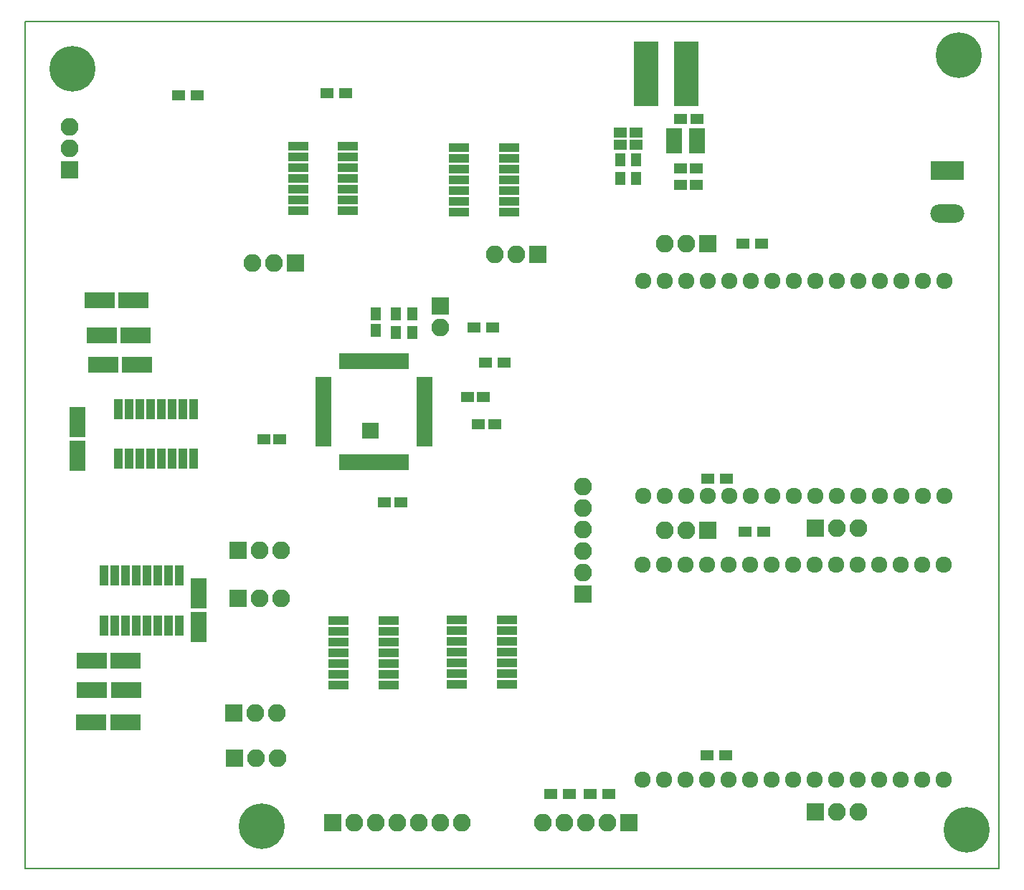
<source format=gbr>
G04 #@! TF.FileFunction,Soldermask,Bot*
%FSLAX46Y46*%
G04 Gerber Fmt 4.6, Leading zero omitted, Abs format (unit mm)*
G04 Created by KiCad (PCBNEW 4.0.6) date 07/10/17 08:35:26*
%MOMM*%
%LPD*%
G01*
G04 APERTURE LIST*
%ADD10C,0.100000*%
%ADD11C,0.150000*%
%ADD12R,2.400000X1.000000*%
%ADD13R,4.000000X2.200000*%
%ADD14O,4.000000X2.200000*%
%ADD15R,2.100000X2.100000*%
%ADD16O,2.100000X2.100000*%
%ADD17R,1.900000X0.650000*%
%ADD18R,0.650000X1.900000*%
%ADD19C,5.400000*%
%ADD20R,1.600000X1.150000*%
%ADD21R,1.150000X1.600000*%
%ADD22R,3.600000X1.900000*%
%ADD23R,1.900000X3.600000*%
%ADD24R,3.000000X7.700000*%
%ADD25R,1.300000X1.600000*%
%ADD26R,1.600000X1.300000*%
%ADD27R,1.960000X1.050000*%
%ADD28C,1.924000*%
%ADD29R,1.000000X2.400000*%
G04 APERTURE END LIST*
D10*
D11*
X66000000Y-35000000D02*
X66000000Y-135000000D01*
X66000000Y-135000000D02*
X181000000Y-135000000D01*
X181000000Y-35000000D02*
X181000000Y-135000000D01*
X66000000Y-35000000D02*
X181000000Y-35000000D01*
D12*
X117220000Y-57510000D03*
X117220000Y-56240000D03*
X117220000Y-54970000D03*
X117220000Y-53700000D03*
X117220000Y-52430000D03*
X117220000Y-51160000D03*
X117220000Y-49890000D03*
X123120000Y-49890000D03*
X123120000Y-51160000D03*
X123120000Y-52430000D03*
X123120000Y-53700000D03*
X123120000Y-54970000D03*
X123120000Y-56240000D03*
X123120000Y-57510000D03*
X122890000Y-105660000D03*
X122890000Y-106930000D03*
X122890000Y-108200000D03*
X122890000Y-109470000D03*
X122890000Y-110740000D03*
X122890000Y-112010000D03*
X122890000Y-113280000D03*
X116990000Y-113280000D03*
X116990000Y-112010000D03*
X116990000Y-110740000D03*
X116990000Y-109470000D03*
X116990000Y-108200000D03*
X116990000Y-106930000D03*
X116990000Y-105660000D03*
X108940000Y-105740000D03*
X108940000Y-107010000D03*
X108940000Y-108280000D03*
X108940000Y-109550000D03*
X108940000Y-110820000D03*
X108940000Y-112090000D03*
X108940000Y-113360000D03*
X103040000Y-113360000D03*
X103040000Y-112090000D03*
X103040000Y-110820000D03*
X103040000Y-109550000D03*
X103040000Y-108280000D03*
X103040000Y-107010000D03*
X103040000Y-105740000D03*
D13*
X174880000Y-52580000D03*
D14*
X174880000Y-57660000D03*
D15*
X71300000Y-52480000D03*
D16*
X71300000Y-49940000D03*
X71300000Y-47400000D03*
D17*
X101260000Y-84830000D03*
X101260000Y-84330000D03*
X101260000Y-83830000D03*
X101260000Y-83330000D03*
X101260000Y-82830000D03*
X101260000Y-82330000D03*
X101260000Y-81830000D03*
X101260000Y-81330000D03*
X101260000Y-80830000D03*
X101260000Y-80330000D03*
X101260000Y-79830000D03*
X101260000Y-79330000D03*
X101260000Y-78830000D03*
X101260000Y-78330000D03*
X101260000Y-77830000D03*
X101260000Y-77330000D03*
D18*
X103460000Y-75130000D03*
X103960000Y-75130000D03*
X104460000Y-75130000D03*
X104960000Y-75130000D03*
X105460000Y-75130000D03*
X105960000Y-75130000D03*
X106460000Y-75130000D03*
X106960000Y-75130000D03*
X107460000Y-75130000D03*
X107960000Y-75130000D03*
X108460000Y-75130000D03*
X108960000Y-75130000D03*
X109460000Y-75130000D03*
X109960000Y-75130000D03*
X110460000Y-75130000D03*
X110960000Y-75130000D03*
D17*
X113160000Y-77330000D03*
X113160000Y-77830000D03*
X113160000Y-78330000D03*
X113160000Y-78830000D03*
X113160000Y-79330000D03*
X113160000Y-79830000D03*
X113160000Y-80330000D03*
X113160000Y-80830000D03*
X113160000Y-81330000D03*
X113160000Y-81830000D03*
X113160000Y-82330000D03*
X113160000Y-82830000D03*
X113160000Y-83330000D03*
X113160000Y-83830000D03*
X113160000Y-84330000D03*
X113160000Y-84830000D03*
D18*
X110960000Y-87030000D03*
X110460000Y-87030000D03*
X109960000Y-87030000D03*
X109460000Y-87030000D03*
X108960000Y-87030000D03*
X108460000Y-87030000D03*
X107960000Y-87030000D03*
X107460000Y-87030000D03*
X106960000Y-87030000D03*
X106460000Y-87030000D03*
X105960000Y-87030000D03*
X105460000Y-87030000D03*
X104960000Y-87030000D03*
X104460000Y-87030000D03*
X103960000Y-87030000D03*
X103460000Y-87030000D03*
D10*
G36*
X105810000Y-84240000D02*
X105810000Y-82340000D01*
X107710000Y-82340000D01*
X107710000Y-84240000D01*
X105810000Y-84240000D01*
X105810000Y-84240000D01*
G37*
D19*
X71630000Y-40510000D03*
X93980000Y-130050000D03*
X177170000Y-130430000D03*
D20*
X143390000Y-52290000D03*
X145290000Y-52290000D03*
X145290000Y-54260000D03*
X143390000Y-54260000D03*
X145310000Y-46480000D03*
X143410000Y-46480000D03*
X136270000Y-49510000D03*
X138170000Y-49510000D03*
X136270000Y-48050000D03*
X138170000Y-48050000D03*
D21*
X107370000Y-71440000D03*
X107370000Y-69540000D03*
D20*
X118210000Y-79350000D03*
X120110000Y-79350000D03*
X119550000Y-82510000D03*
X121450000Y-82510000D03*
X108450000Y-91740000D03*
X110350000Y-91740000D03*
X96100000Y-84330000D03*
X94200000Y-84330000D03*
D22*
X75230000Y-75500000D03*
X79230000Y-75500000D03*
X75070000Y-72030000D03*
X79070000Y-72030000D03*
X74820000Y-67940000D03*
X78820000Y-67940000D03*
D23*
X72150000Y-82260000D03*
X72150000Y-86260000D03*
D22*
X77830000Y-117740000D03*
X73830000Y-117740000D03*
X77910000Y-113970000D03*
X73910000Y-113970000D03*
X73860000Y-110450000D03*
X77860000Y-110450000D03*
D23*
X86530000Y-106510000D03*
X86530000Y-102510000D03*
D15*
X115062000Y-68580000D03*
D16*
X115062000Y-71120000D03*
D15*
X131840000Y-102590000D03*
D16*
X131840000Y-100050000D03*
X131840000Y-97510000D03*
X131840000Y-94970000D03*
X131840000Y-92430000D03*
X131840000Y-89890000D03*
D15*
X102320000Y-129620000D03*
D16*
X104860000Y-129620000D03*
X107400000Y-129620000D03*
X109940000Y-129620000D03*
X112480000Y-129620000D03*
X115020000Y-129620000D03*
X117560000Y-129620000D03*
D15*
X137270000Y-129650000D03*
D16*
X134730000Y-129650000D03*
X132190000Y-129650000D03*
X129650000Y-129650000D03*
X127110000Y-129650000D03*
D15*
X126510000Y-62470000D03*
D16*
X123970000Y-62470000D03*
X121430000Y-62470000D03*
D15*
X97900000Y-63480000D03*
D16*
X95360000Y-63480000D03*
X92820000Y-63480000D03*
D15*
X146570000Y-95050000D03*
D16*
X144030000Y-95050000D03*
X141490000Y-95050000D03*
D15*
X159310000Y-128320000D03*
D16*
X161850000Y-128320000D03*
X164390000Y-128320000D03*
D15*
X146590000Y-61170000D03*
D16*
X144050000Y-61170000D03*
X141510000Y-61170000D03*
D15*
X159350000Y-94850000D03*
D16*
X161890000Y-94850000D03*
X164430000Y-94850000D03*
D15*
X90640000Y-116680000D03*
D16*
X93180000Y-116680000D03*
X95720000Y-116680000D03*
D15*
X90770000Y-121970000D03*
D16*
X93310000Y-121970000D03*
X95850000Y-121970000D03*
D15*
X91140000Y-97450000D03*
D16*
X93680000Y-97450000D03*
X96220000Y-97450000D03*
D15*
X91140000Y-103150000D03*
D16*
X93680000Y-103150000D03*
X96220000Y-103150000D03*
D24*
X144040000Y-41180000D03*
X139340000Y-41180000D03*
D25*
X136270000Y-51280000D03*
X136270000Y-53480000D03*
X138170000Y-53470000D03*
X138170000Y-51270000D03*
D26*
X121242000Y-71120000D03*
X119042000Y-71120000D03*
D25*
X111760000Y-71712000D03*
X111760000Y-69512000D03*
D26*
X130230000Y-126270000D03*
X128030000Y-126270000D03*
X134910000Y-126270000D03*
X132710000Y-126270000D03*
X146550000Y-121680000D03*
X148750000Y-121680000D03*
X151046000Y-95250000D03*
X153246000Y-95250000D03*
X146640000Y-89010000D03*
X148840000Y-89010000D03*
X150730000Y-61180000D03*
X152930000Y-61180000D03*
D27*
X145320000Y-48120000D03*
X145320000Y-49070000D03*
X145320000Y-50020000D03*
X142620000Y-50020000D03*
X142620000Y-48120000D03*
X142620000Y-49070000D03*
D28*
X138940000Y-99110000D03*
X141480000Y-99110000D03*
X144020000Y-99110000D03*
X146560000Y-99110000D03*
X149100000Y-99110000D03*
X151640000Y-99110000D03*
X154180000Y-99110000D03*
X156720000Y-99110000D03*
X159260000Y-99110000D03*
X161800000Y-99110000D03*
X164340000Y-99110000D03*
X166880000Y-99110000D03*
X169420000Y-99110000D03*
X171960000Y-99110000D03*
X174500000Y-99110000D03*
X174500000Y-124510000D03*
X171960000Y-124510000D03*
X169420000Y-124510000D03*
X166880000Y-124510000D03*
X164340000Y-124510000D03*
X161800000Y-124510000D03*
X159260000Y-124510000D03*
X156720000Y-124510000D03*
X154180000Y-124510000D03*
X151640000Y-124510000D03*
X149100000Y-124510000D03*
X146560000Y-124510000D03*
X144020000Y-124510000D03*
X141480000Y-124510000D03*
X138940000Y-124510000D03*
X139010000Y-65610000D03*
X141550000Y-65610000D03*
X144090000Y-65610000D03*
X146630000Y-65610000D03*
X149170000Y-65610000D03*
X151710000Y-65610000D03*
X154250000Y-65610000D03*
X156790000Y-65610000D03*
X159330000Y-65610000D03*
X161870000Y-65610000D03*
X164410000Y-65610000D03*
X166950000Y-65610000D03*
X169490000Y-65610000D03*
X172030000Y-65610000D03*
X174570000Y-65610000D03*
X174570000Y-91010000D03*
X172030000Y-91010000D03*
X169490000Y-91010000D03*
X166950000Y-91010000D03*
X164410000Y-91010000D03*
X161870000Y-91010000D03*
X159330000Y-91010000D03*
X156790000Y-91010000D03*
X154250000Y-91010000D03*
X151710000Y-91010000D03*
X149170000Y-91010000D03*
X146630000Y-91010000D03*
X144090000Y-91010000D03*
X141550000Y-91010000D03*
X139010000Y-91010000D03*
D25*
X109820000Y-69520000D03*
X109820000Y-71720000D03*
D19*
X176240000Y-38960000D03*
D26*
X86350000Y-43650000D03*
X84150000Y-43650000D03*
X101660000Y-43470000D03*
X103860000Y-43470000D03*
X122570000Y-75240000D03*
X120370000Y-75240000D03*
D29*
X84185000Y-106330000D03*
X82915000Y-106330000D03*
X81645000Y-106330000D03*
X80375000Y-106330000D03*
X79105000Y-106330000D03*
X77835000Y-106330000D03*
X76565000Y-106330000D03*
X75295000Y-106330000D03*
X75295000Y-100430000D03*
X76565000Y-100430000D03*
X77835000Y-100430000D03*
X79105000Y-100430000D03*
X80375000Y-100430000D03*
X81645000Y-100430000D03*
X82915000Y-100430000D03*
X84185000Y-100430000D03*
X76995000Y-80750000D03*
X78265000Y-80750000D03*
X79535000Y-80750000D03*
X80805000Y-80750000D03*
X82075000Y-80750000D03*
X83345000Y-80750000D03*
X84615000Y-80750000D03*
X85885000Y-80750000D03*
X85885000Y-86650000D03*
X84615000Y-86650000D03*
X83345000Y-86650000D03*
X82075000Y-86650000D03*
X80805000Y-86650000D03*
X79535000Y-86650000D03*
X78265000Y-86650000D03*
X76995000Y-86650000D03*
D12*
X98230000Y-57280000D03*
X98230000Y-56010000D03*
X98230000Y-54740000D03*
X98230000Y-53470000D03*
X98230000Y-52200000D03*
X98230000Y-50930000D03*
X98230000Y-49660000D03*
X104130000Y-49660000D03*
X104130000Y-50930000D03*
X104130000Y-52200000D03*
X104130000Y-53470000D03*
X104130000Y-54740000D03*
X104130000Y-56010000D03*
X104130000Y-57280000D03*
M02*

</source>
